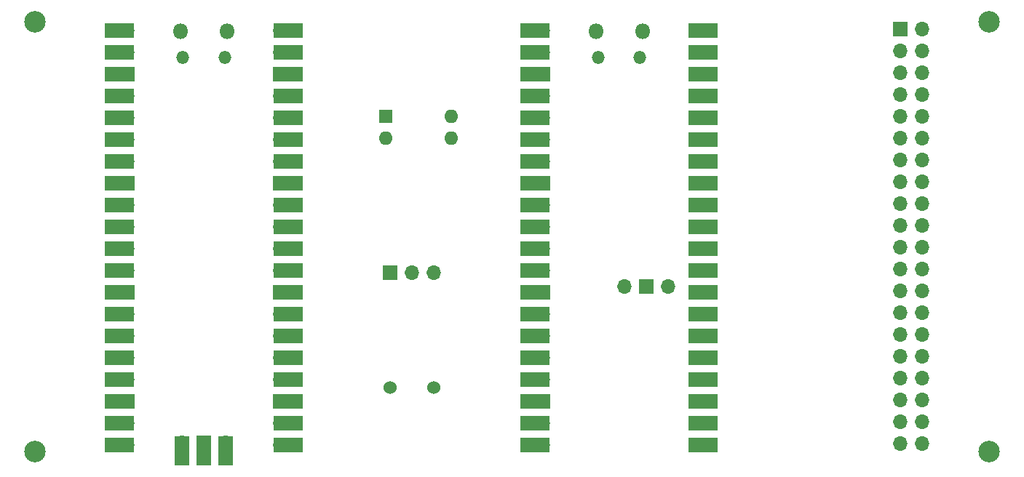
<source format=gbr>
%TF.GenerationSoftware,KiCad,Pcbnew,7.0.5-0*%
%TF.CreationDate,2023-11-25T09:03:29+00:00*%
%TF.ProjectId,PicoWDebugger,5069636f-5744-4656-9275-676765722e6b,rev?*%
%TF.SameCoordinates,Original*%
%TF.FileFunction,Soldermask,Top*%
%TF.FilePolarity,Negative*%
%FSLAX46Y46*%
G04 Gerber Fmt 4.6, Leading zero omitted, Abs format (unit mm)*
G04 Created by KiCad (PCBNEW 7.0.5-0) date 2023-11-25 09:03:29*
%MOMM*%
%LPD*%
G01*
G04 APERTURE LIST*
%ADD10C,2.500000*%
%ADD11O,1.800000X1.800000*%
%ADD12O,1.500000X1.500000*%
%ADD13O,1.700000X1.700000*%
%ADD14R,3.500000X1.700000*%
%ADD15R,1.700000X1.700000*%
%ADD16C,1.524000*%
%ADD17R,1.600000X1.600000*%
%ADD18O,1.600000X1.600000*%
%ADD19R,1.700000X3.500000*%
G04 APERTURE END LIST*
D10*
%TO.C,H3*%
X50000000Y-72000000D03*
%TD*%
%TO.C,H1*%
X161000000Y-72000000D03*
%TD*%
D11*
%TO.C,Target1*%
X115215000Y-73095000D03*
D12*
X115515000Y-76125000D03*
X120365000Y-76125000D03*
D11*
X120665000Y-73095000D03*
D13*
X109050000Y-72965000D03*
D14*
X108150000Y-72965000D03*
D13*
X109050000Y-75505000D03*
D14*
X108150000Y-75505000D03*
D15*
X109050000Y-78045000D03*
D14*
X108150000Y-78045000D03*
D13*
X109050000Y-80585000D03*
D14*
X108150000Y-80585000D03*
D13*
X109050000Y-83125000D03*
D14*
X108150000Y-83125000D03*
D13*
X109050000Y-85665000D03*
D14*
X108150000Y-85665000D03*
D13*
X109050000Y-88205000D03*
D14*
X108150000Y-88205000D03*
D15*
X109050000Y-90745000D03*
D14*
X108150000Y-90745000D03*
D13*
X109050000Y-93285000D03*
D14*
X108150000Y-93285000D03*
D13*
X109050000Y-95825000D03*
D14*
X108150000Y-95825000D03*
D13*
X109050000Y-98365000D03*
D14*
X108150000Y-98365000D03*
D13*
X109050000Y-100905000D03*
D14*
X108150000Y-100905000D03*
D15*
X109050000Y-103445000D03*
D14*
X108150000Y-103445000D03*
D13*
X109050000Y-105985000D03*
D14*
X108150000Y-105985000D03*
D13*
X109050000Y-108525000D03*
D14*
X108150000Y-108525000D03*
D13*
X109050000Y-111065000D03*
D14*
X108150000Y-111065000D03*
D13*
X109050000Y-113605000D03*
D14*
X108150000Y-113605000D03*
D15*
X109050000Y-116145000D03*
D14*
X108150000Y-116145000D03*
D13*
X109050000Y-118685000D03*
D14*
X108150000Y-118685000D03*
D13*
X109050000Y-121225000D03*
D14*
X108150000Y-121225000D03*
D13*
X126830000Y-121225000D03*
D14*
X127730000Y-121225000D03*
D13*
X126830000Y-118685000D03*
D14*
X127730000Y-118685000D03*
D15*
X126830000Y-116145000D03*
D14*
X127730000Y-116145000D03*
D13*
X126830000Y-113605000D03*
D14*
X127730000Y-113605000D03*
D13*
X126830000Y-111065000D03*
D14*
X127730000Y-111065000D03*
D13*
X126830000Y-108525000D03*
D14*
X127730000Y-108525000D03*
D13*
X126830000Y-105985000D03*
D14*
X127730000Y-105985000D03*
D15*
X126830000Y-103445000D03*
D14*
X127730000Y-103445000D03*
D13*
X126830000Y-100905000D03*
D14*
X127730000Y-100905000D03*
D13*
X126830000Y-98365000D03*
D14*
X127730000Y-98365000D03*
D13*
X126830000Y-95825000D03*
D14*
X127730000Y-95825000D03*
D13*
X126830000Y-93285000D03*
D14*
X127730000Y-93285000D03*
D15*
X126830000Y-90745000D03*
D14*
X127730000Y-90745000D03*
D13*
X126830000Y-88205000D03*
D14*
X127730000Y-88205000D03*
D13*
X126830000Y-85665000D03*
D14*
X127730000Y-85665000D03*
D13*
X126830000Y-83125000D03*
D14*
X127730000Y-83125000D03*
D13*
X126830000Y-80585000D03*
D14*
X127730000Y-80585000D03*
D15*
X126830000Y-78045000D03*
D14*
X127730000Y-78045000D03*
D13*
X126830000Y-75505000D03*
D14*
X127730000Y-75505000D03*
D13*
X126830000Y-72965000D03*
D14*
X127730000Y-72965000D03*
D13*
X118524100Y-102795000D03*
D15*
X121064100Y-102795000D03*
D13*
X123604100Y-102795000D03*
%TD*%
D10*
%TO.C,H4*%
X50000000Y-122000000D03*
%TD*%
D15*
%TO.C,J2*%
X91325000Y-101175000D03*
D13*
X93865000Y-101175000D03*
X96405000Y-101175000D03*
%TD*%
D10*
%TO.C,H2*%
X161000000Y-122000000D03*
%TD*%
D16*
%TO.C,SW2*%
X96393000Y-114554000D03*
X91313000Y-114554000D03*
%TD*%
D15*
%TO.C,J1*%
X150685000Y-72780000D03*
D13*
X153225000Y-72780000D03*
X150685000Y-75320000D03*
X153225000Y-75320000D03*
X150685000Y-77860000D03*
X153225000Y-77860000D03*
X150685000Y-80400000D03*
X153225000Y-80400000D03*
X150685000Y-82940000D03*
X153225000Y-82940000D03*
X150685000Y-85480000D03*
X153225000Y-85480000D03*
X150685000Y-88020000D03*
X153225000Y-88020000D03*
X150685000Y-90560000D03*
X153225000Y-90560000D03*
X150685000Y-93100000D03*
X153225000Y-93100000D03*
X150685000Y-95640000D03*
X153225000Y-95640000D03*
X150685000Y-98180000D03*
X153225000Y-98180000D03*
X150685000Y-100720000D03*
X153225000Y-100720000D03*
X150685000Y-103260000D03*
X153225000Y-103260000D03*
X150685000Y-105800000D03*
X153225000Y-105800000D03*
X150685000Y-108340000D03*
X153225000Y-108340000D03*
X150685000Y-110880000D03*
X153225000Y-110880000D03*
X150685000Y-113420000D03*
X153225000Y-113420000D03*
X150685000Y-115960000D03*
X153225000Y-115960000D03*
X150685000Y-118500000D03*
X153225000Y-118500000D03*
X150685000Y-121040000D03*
X153225000Y-121040000D03*
%TD*%
D17*
%TO.C,SW1*%
X90807500Y-83000000D03*
D18*
X90807500Y-85540000D03*
X98427500Y-85540000D03*
X98427500Y-83000000D03*
%TD*%
D11*
%TO.C,PicoProbe1*%
X66885000Y-73090000D03*
D12*
X67185000Y-76120000D03*
X72035000Y-76120000D03*
D11*
X72335000Y-73090000D03*
D13*
X60720000Y-72960000D03*
D14*
X59820000Y-72960000D03*
D13*
X60720000Y-75500000D03*
D14*
X59820000Y-75500000D03*
D15*
X60720000Y-78040000D03*
D14*
X59820000Y-78040000D03*
D13*
X60720000Y-80580000D03*
D14*
X59820000Y-80580000D03*
D13*
X60720000Y-83120000D03*
D14*
X59820000Y-83120000D03*
D13*
X60720000Y-85660000D03*
D14*
X59820000Y-85660000D03*
D13*
X60720000Y-88200000D03*
D14*
X59820000Y-88200000D03*
D15*
X60720000Y-90740000D03*
D14*
X59820000Y-90740000D03*
D13*
X60720000Y-93280000D03*
D14*
X59820000Y-93280000D03*
D13*
X60720000Y-95820000D03*
D14*
X59820000Y-95820000D03*
D13*
X60720000Y-98360000D03*
D14*
X59820000Y-98360000D03*
D13*
X60720000Y-100900000D03*
D14*
X59820000Y-100900000D03*
D15*
X60720000Y-103440000D03*
D14*
X59820000Y-103440000D03*
D13*
X60720000Y-105980000D03*
D14*
X59820000Y-105980000D03*
D13*
X60720000Y-108520000D03*
D14*
X59820000Y-108520000D03*
D13*
X60720000Y-111060000D03*
D14*
X59820000Y-111060000D03*
D13*
X60720000Y-113600000D03*
D14*
X59820000Y-113600000D03*
D15*
X60720000Y-116140000D03*
D14*
X59820000Y-116140000D03*
D13*
X60720000Y-118680000D03*
D14*
X59820000Y-118680000D03*
D13*
X60720000Y-121220000D03*
D14*
X59820000Y-121220000D03*
D13*
X78500000Y-121220000D03*
D14*
X79400000Y-121220000D03*
D13*
X78500000Y-118680000D03*
D14*
X79400000Y-118680000D03*
D15*
X78500000Y-116140000D03*
D14*
X79400000Y-116140000D03*
D13*
X78500000Y-113600000D03*
D14*
X79400000Y-113600000D03*
D13*
X78500000Y-111060000D03*
D14*
X79400000Y-111060000D03*
D13*
X78500000Y-108520000D03*
D14*
X79400000Y-108520000D03*
D13*
X78500000Y-105980000D03*
D14*
X79400000Y-105980000D03*
D15*
X78500000Y-103440000D03*
D14*
X79400000Y-103440000D03*
D13*
X78500000Y-100900000D03*
D14*
X79400000Y-100900000D03*
D13*
X78500000Y-98360000D03*
D14*
X79400000Y-98360000D03*
D13*
X78500000Y-95820000D03*
D14*
X79400000Y-95820000D03*
D13*
X78500000Y-93280000D03*
D14*
X79400000Y-93280000D03*
D15*
X78500000Y-90740000D03*
D14*
X79400000Y-90740000D03*
D13*
X78500000Y-88200000D03*
D14*
X79400000Y-88200000D03*
D13*
X78500000Y-85660000D03*
D14*
X79400000Y-85660000D03*
D13*
X78500000Y-83120000D03*
D14*
X79400000Y-83120000D03*
D13*
X78500000Y-80580000D03*
D14*
X79400000Y-80580000D03*
D15*
X78500000Y-78040000D03*
D14*
X79400000Y-78040000D03*
D13*
X78500000Y-75500000D03*
D14*
X79400000Y-75500000D03*
D13*
X78500000Y-72960000D03*
D14*
X79400000Y-72960000D03*
D13*
X67070000Y-120990000D03*
D19*
X67070000Y-121890000D03*
D15*
X69610000Y-120990000D03*
D19*
X69610000Y-121890000D03*
D13*
X72150000Y-120990000D03*
D19*
X72150000Y-121890000D03*
%TD*%
M02*

</source>
